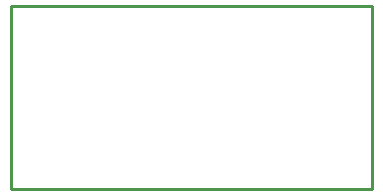
<source format=gm1>
G04 Layer_Color=16711935*
%FSLAX44Y44*%
%MOMM*%
G71*
G01*
G75*
%ADD21C,0.2540*%
D21*
X0Y0D02*
X1270D01*
X0D02*
Y154940D01*
X306070D01*
Y0D02*
Y154940D01*
X1270Y0D02*
X306070D01*
M02*

</source>
